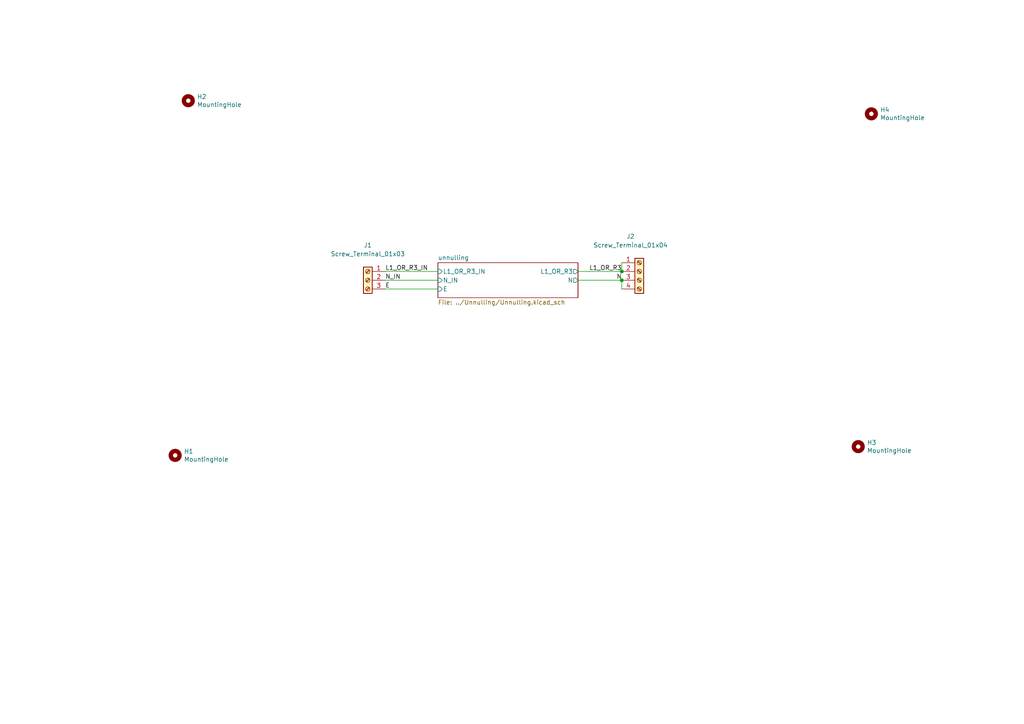
<source format=kicad_sch>
(kicad_sch (version 20231120) (generator "eeschema") (generator_version "8.0")
  (paper "A4")
  (lib_symbols
    (symbol "Connector:Screw_Terminal_01x03" (pin_names (offset 1.016) hide)
      (property "Reference" "J" (at 0 5.08 0))
      (property "Value" "Screw_Terminal_01x03" (at 0 -5.08 0))
      (symbol "Screw_Terminal_01x03_1_1"
        (rectangle (start -1.27 3.81) (end 1.27 -3.81) (stroke (width 0.254)) (fill (type background)))
        (circle (center 0 -2.54) (radius 0.635) (stroke (width 0.1524)))
        (polyline (pts (xy -0.5334 -2.2098) (xy 0.3302 -3.048)) (stroke (width 0.1524)))
        (polyline (pts (xy -0.5334 0.3302) (xy 0.3302 -0.508)) (stroke (width 0.1524)))
        (polyline (pts (xy -0.5334 2.8702) (xy 0.3302 2.032)) (stroke (width 0.1524)))
        (polyline (pts (xy -0.3556 -2.032) (xy 0.508 -2.8702)) (stroke (width 0.1524)))
        (polyline (pts (xy -0.3556 0.508) (xy 0.508 -0.3302)) (stroke (width 0.1524)))
        (polyline (pts (xy -0.3556 3.048) (xy 0.508 2.2098)) (stroke (width 0.1524)))
        (circle (center 0 0) (radius 0.635) (stroke (width 0.1524)))
        (circle (center 0 2.54) (radius 0.635) (stroke (width 0.1524)))
        (pin passive line (at -5.08 2.54 0) (length 3.81) (name "Pin_1") (number "1"))
        (pin passive line (at -5.08 0 0) (length 3.81) (name "Pin_2") (number "2"))
        (pin passive line (at -5.08 -2.54 0) (length 3.81) (name "Pin_3") (number "3"))
      )
    )
    (symbol "Connector:Screw_Terminal_01x04" (pin_names (offset 1.016) hide)
      (property "Reference" "J" (at 0 5.08 0))
      (property "Value" "Screw_Terminal_01x04" (at 0 -7.62 0))
      (symbol "Screw_Terminal_01x04_1_1"
        (rectangle (start -1.27 3.81) (end 1.27 -6.35) (stroke (width 0.254)) (fill (type background)))
        (circle (center 0 -5.08) (radius 0.635) (stroke (width 0.1524)))
        (circle (center 0 -2.54) (radius 0.635) (stroke (width 0.1524)))
        (polyline (pts (xy -0.5334 -4.7498) (xy 0.3302 -5.588)) (stroke (width 0.1524)))
        (polyline (pts (xy -0.5334 -2.2098) (xy 0.3302 -3.048)) (stroke (width 0.1524)))
        (polyline (pts (xy -0.5334 0.3302) (xy 0.3302 -0.508)) (stroke (width 0.1524)))
        (polyline (pts (xy -0.5334 2.8702) (xy 0.3302 2.032)) (stroke (width 0.1524)))
        (polyline (pts (xy -0.3556 -4.572) (xy 0.508 -5.4102)) (stroke (width 0.1524)))
        (polyline (pts (xy -0.3556 -2.032) (xy 0.508 -2.8702)) (stroke (width 0.1524)))
        (polyline (pts (xy -0.3556 0.508) (xy 0.508 -0.3302)) (stroke (width 0.1524)))
        (polyline (pts (xy -0.3556 3.048) (xy 0.508 2.2098)) (stroke (width 0.1524)))
        (circle (center 0 0) (radius 0.635) (stroke (width 0.1524)))
        (circle (center 0 2.54) (radius 0.635) (stroke (width 0.1524)))
        (pin passive line (at -5.08 2.54 0) (length 3.81) (name "Pin_1") (number "1"))
        (pin passive line (at -5.08 0 0) (length 3.81) (name "Pin_2") (number "2"))
        (pin passive line (at -5.08 -2.54 0) (length 3.81) (name "Pin_3") (number "3"))
        (pin passive line (at -5.08 -5.08 0) (length 3.81) (name "Pin_4") (number "4"))
      )
    )
    (symbol "Mechanical:MountingHole" (pin_names (offset 1.016))
      (property "Reference" "H" (at 0 5.08 0))
      (property "Value" "MountingHole" (at 0 3.175 0))
      (symbol "MountingHole_0_1"
        (circle (center 0 0) (radius 1.27) (stroke (width 1.27)))
      )
    )
  )
  (junction (at 180.34 78.74))
  (junction (at 180.34 81.28))
  (wire (pts (xy 111.76 78.74) (xy 127 78.74)))
  (wire (pts (xy 127 83.82) (xy 111.76 83.82)))
  (wire (pts (xy 180.34 81.28) (xy 180.34 83.82)))
  (wire (pts (xy 111.76 81.28) (xy 127 81.28)))
  (wire (pts (xy 180.34 81.28) (xy 167.64 81.28)))
  (wire (pts (xy 180.34 76.2) (xy 180.34 78.74)))
  (wire (pts (xy 180.34 78.74) (xy 167.64 78.74)))
  (label "L1_OR_R3_IN" (at 111.76 78.74 0))
  (label "E" (at 111.76 83.82 0))
  (label "L1_OR_R3" (at 180.34 78.74 180))
  (label "N_IN" (at 111.76 81.28 0))
  (label "N" (at 180.34 81.28 180))
  (symbol (lib_id "Mechanical:MountingHole") (at 252.73 33.02 0) (unit 1)
    (property "Reference" "H4" (at 255.27 31.8516 0) (effects (justify left)))
    (property "Value" "MountingHole" (at 255.27 34.163 0) (effects (justify left)))
    (property "Footprint" "MountingHole:MountingHole_3.2mm_M3_ISO7380_Pad" (effects (hide yes)))
  )
  (symbol (lib_id "Mechanical:MountingHole") (at 54.61 29.21 0) (unit 1)
    (property "Reference" "H2" (at 57.15 28.0416 0) (effects (justify left)))
    (property "Value" "MountingHole" (at 57.15 30.353 0) (effects (justify left)))
    (property "Footprint" "MountingHole:MountingHole_3.2mm_M3_ISO7380_Pad" (effects (hide yes)))
  )
  (symbol (lib_id "Connector:Screw_Terminal_01x03") (at 106.68 81.28 0) (mirror y) (unit 1)
    (property "Reference" "J1" (at 106.68 71.12 0))
    (property "Value" "Screw_Terminal_01x03" (at 106.68 73.66 0))
    (property "Footprint" "TerminalBlock:TerminalBlock_bornier-3_P5.08mm" (effects (hide yes)))
  )
  (symbol (lib_id "Connector:Screw_Terminal_01x04") (at 185.42 78.74 0) (unit 1)
    (property "Reference" "J2" (at 182.88 68.58 0))
    (property "Value" "Screw_Terminal_01x04" (at 182.88 71.12 0))
    (property "Footprint" "TerminalBlock:TerminalBlock_bornier-4_P5.08mm" (effects (hide yes)))
  )
  (symbol (lib_id "Mechanical:MountingHole") (at 50.8 132.08 0) (unit 1)
    (property "Reference" "H1" (at 53.34 130.9116 0) (effects (justify left)))
    (property "Value" "MountingHole" (at 53.34 133.223 0) (effects (justify left)))
    (property "Footprint" "MountingHole:MountingHole_3.2mm_M3_ISO7380_Pad" (effects (hide yes)))
  )
  (symbol (lib_id "Mechanical:MountingHole") (at 248.92 129.54 0) (unit 1)
    (property "Reference" "H3" (at 251.46 128.3716 0) (effects (justify left)))
    (property "Value" "MountingHole" (at 251.46 130.683 0) (effects (justify left)))
    (property "Footprint" "MountingHole:MountingHole_3.2mm_M3_ISO7380_Pad" (effects (hide yes)))
  )
  (sheet (at 127 76.2) (size 40.64 10.16) (stroke (width 0.1524))
    (property "Sheetname" "unnulling" (at 127 75.4884 0) (effects (justify left bottom)))
    (property "Sheetfile" "../Unnulling/Unnulling.kicad_sch" (at 127 86.9446 0) (effects (justify left top)))
    (pin "L1_OR_R3_IN" input (at 127 78.74 180))
    (pin "N_IN" input (at 127 81.28 180))
    (pin "E" input (at 127 83.82 180))
    (pin "L1_OR_R3" output (at 167.64 78.74 0))
    (pin "N" output (at 167.64 81.28 0))
  )
)
</source>
